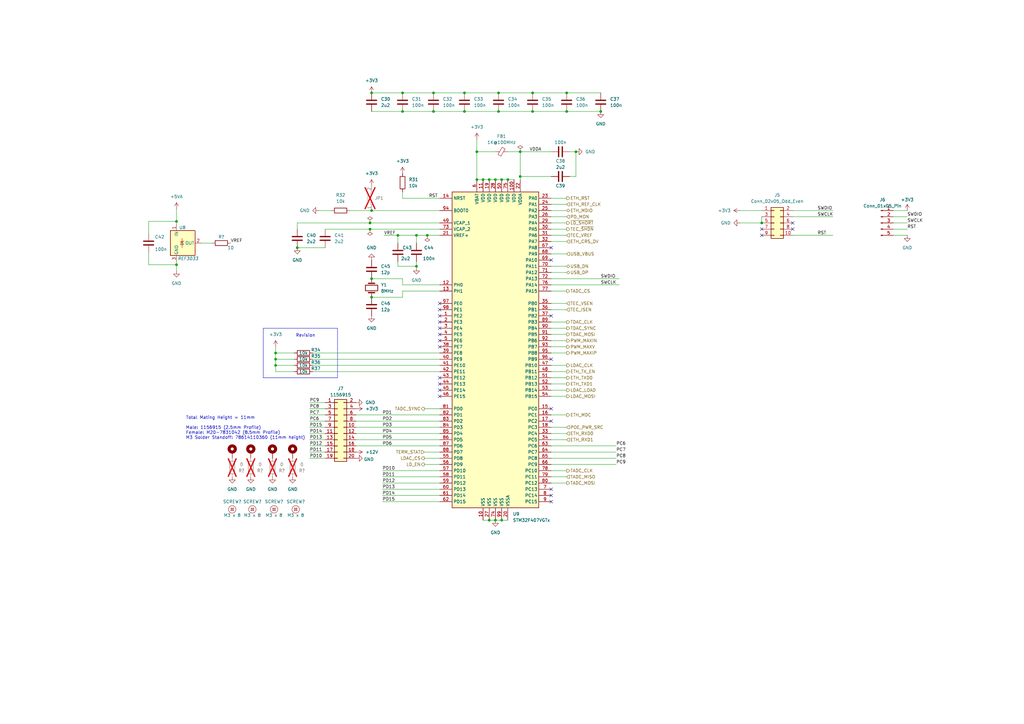
<source format=kicad_sch>
(kicad_sch (version 20230121) (generator eeschema)
  (paper "A3")
  (title_block (title "MCU") (date "2023-11-27") (rev "r0_3") (company "M-Labs Limited") (comment 1 "Linus Woo Chun Kit"))
  (lib_symbols
    (symbol "Connector:Conn_01x05_Pin" (pin_names (offset 1.016) hide)
      (property "Reference" "J" (at 0 7.62 0))
      (property "Value" "Conn_01x05_Pin" (at 0 -7.62 0))
      (symbol "Conn_01x05_Pin_1_1"
        (pin passive line (at 5.08 5.08 180) (length 3.81) (name "Pin_1") (number "1"))
        (pin passive line (at 5.08 2.54 180) (length 3.81) (name "Pin_2") (number "2"))
        (pin passive line (at 5.08 0 180) (length 3.81) (name "Pin_3") (number "3"))
        (pin passive line (at 5.08 -2.54 180) (length 3.81) (name "Pin_4") (number "4"))
        (pin passive line (at 5.08 -5.08 180) (length 3.81) (name "Pin_5") (number "5"))
      )
    )
    (symbol "Connector_Generic:Conn_02x05_Odd_Even" (pin_names (offset 1.016) hide)
      (property "Reference" "J" (at 1.27 7.62 0))
      (property "Value" "Conn_02x05_Odd_Even" (at 1.27 -7.62 0))
      (symbol "Conn_02x05_Odd_Even_1_1"
        (pin passive line (at -5.08 5.08 0) (length 3.81) (name "Pin_1") (number "1"))
        (pin passive line (at 7.62 -5.08 180) (length 3.81) (name "Pin_10") (number "10"))
        (pin passive line (at 7.62 5.08 180) (length 3.81) (name "Pin_2") (number "2"))
        (pin passive line (at -5.08 2.54 0) (length 3.81) (name "Pin_3") (number "3"))
        (pin passive line (at 7.62 2.54 180) (length 3.81) (name "Pin_4") (number "4"))
        (pin passive line (at -5.08 0 0) (length 3.81) (name "Pin_5") (number "5"))
        (pin passive line (at 7.62 0 180) (length 3.81) (name "Pin_6") (number "6"))
        (pin passive line (at -5.08 -2.54 0) (length 3.81) (name "Pin_7") (number "7"))
        (pin passive line (at 7.62 -2.54 180) (length 3.81) (name "Pin_8") (number "8"))
        (pin passive line (at -5.08 -5.08 0) (length 3.81) (name "Pin_9") (number "9"))
      )
    )
    (symbol "Connector_Generic:Conn_02x10_Odd_Even" (pin_names (offset 1.016) hide)
      (property "Reference" "J" (at 1.27 12.7 0))
      (property "Value" "Conn_02x10_Odd_Even" (at 1.27 -15.24 0))
      (symbol "Conn_02x10_Odd_Even_1_1"
        (pin passive line (at -5.08 10.16 0) (length 3.81) (name "Pin_1") (number "1"))
        (pin passive line (at 7.62 0 180) (length 3.81) (name "Pin_10") (number "10"))
        (pin passive line (at -5.08 -2.54 0) (length 3.81) (name "Pin_11") (number "11"))
        (pin passive line (at 7.62 -2.54 180) (length 3.81) (name "Pin_12") (number "12"))
        (pin passive line (at -5.08 -5.08 0) (length 3.81) (name "Pin_13") (number "13"))
        (pin passive line (at 7.62 -5.08 180) (length 3.81) (name "Pin_14") (number "14"))
        (pin passive line (at -5.08 -7.62 0) (length 3.81) (name "Pin_15") (number "15"))
        (pin passive line (at 7.62 -7.62 180) (length 3.81) (name "Pin_16") (number "16"))
        (pin passive line (at -5.08 -10.16 0) (length 3.81) (name "Pin_17") (number "17"))
        (pin passive line (at 7.62 -10.16 180) (length 3.81) (name "Pin_18") (number "18"))
        (pin passive line (at -5.08 -12.7 0) (length 3.81) (name "Pin_19") (number "19"))
        (pin passive line (at 7.62 10.16 180) (length 3.81) (name "Pin_2") (number "2"))
        (pin passive line (at 7.62 -12.7 180) (length 3.81) (name "Pin_20") (number "20"))
        (pin passive line (at -5.08 7.62 0) (length 3.81) (name "Pin_3") (number "3"))
        (pin passive line (at 7.62 7.62 180) (length 3.81) (name "Pin_4") (number "4"))
        (pin passive line (at -5.08 5.08 0) (length 3.81) (name "Pin_5") (number "5"))
        (pin passive line (at 7.62 5.08 180) (length 3.81) (name "Pin_6") (number "6"))
        (pin passive line (at -5.08 2.54 0) (length 3.81) (name "Pin_7") (number "7"))
        (pin passive line (at 7.62 2.54 180) (length 3.81) (name "Pin_8") (number "8"))
        (pin passive line (at -5.08 0 0) (length 3.81) (name "Pin_9") (number "9"))
      )
    )
    (symbol "Device:C" (pin_numbers hide) (pin_names (offset 0.254))
      (property "Reference" "C" (at 0.635 2.54 0))
      (property "Value" "C" (at 0.635 -2.54 0))
      (symbol "C_1_1"
        (pin passive line (at 0 3.81 270) (length 2.794) (name "~") (number "1"))
        (pin passive line (at 0 -3.81 90) (length 2.794) (name "~") (number "2"))
      )
    )
    (symbol "Device:Crystal" (pin_numbers hide) (pin_names (offset 1.016) hide)
      (property "Reference" "Y" (at 0 3.81 0))
      (property "Value" "Crystal" (at 0 -3.81 0))
      (symbol "Crystal_1_1"
        (pin passive line (at -3.81 0 0) (length 1.27) (name "1") (number "1"))
        (pin passive line (at 3.81 0 180) (length 1.27) (name "2") (number "2"))
      )
    )
    (symbol "Device:FerriteBead_Small" (pin_numbers hide) (pin_names (offset 0))
      (property "Reference" "FB" (at 1.905 1.27 0))
      (property "Value" "FerriteBead_Small" (at 1.905 -1.27 0))
      (symbol "FerriteBead_Small_1_1"
        (pin passive line (at 0 2.54 270) (length 1.27) (name "~") (number "1"))
        (pin passive line (at 0 -2.54 90) (length 1.27) (name "~") (number "2"))
      )
    )
    (symbol "Device:R" (pin_numbers hide) (pin_names (offset 0))
      (property "Reference" "R" (at 2.032 0 90))
      (property "Value" "R" (at 0 0 90))
      (symbol "R_1_1"
        (pin passive line (at 0 3.81 270) (length 1.27) (name "~") (number "1"))
        (pin passive line (at 0 -3.81 90) (length 1.27) (name "~") (number "2"))
      )
    )
    (symbol "Jumper:Jumper_2_Open" (pin_names (offset 0) hide)
      (property "Reference" "JP" (at 0 2.794 0))
      (property "Value" "Jumper_2_Open" (at 0 -2.286 0))
      (symbol "Jumper_2_Open_1_1"
        (pin passive line (at -5.08 0 0) (length 2.54) (name "A") (number "1"))
        (pin passive line (at 5.08 0 180) (length 2.54) (name "B") (number "2"))
      )
    )
    (symbol "MCU_ST_STM32F4:STM32F407VGTx"
      (property "Reference" "U" (at -17.78 64.77 0))
      (property "Value" "STM32F407VGTx" (at 12.7 64.77 0))
      (symbol "STM32F407VGTx_1_1"
        (pin bidirectional line (at -22.86 12.7 0) (length 5.08) (name "PE2") (number "1"))
        (pin power_in line (at -5.08 -71.12 90) (length 5.08) (name "VSS") (number "10"))
        (pin power_in line (at 7.62 68.58 270) (length 5.08) (name "VDD") (number "100"))
        (pin power_in line (at -5.08 68.58 270) (length 5.08) (name "VDD") (number "11"))
        (pin input line (at -22.86 25.4 0) (length 5.08) (name "PH0") (number "12"))
        (pin input line (at -22.86 22.86 0) (length 5.08) (name "PH1") (number "13"))
        (pin input line (at -22.86 60.96 0) (length 5.08) (name "NRST") (number "14"))
        (pin bidirectional line (at 22.86 -25.4 180) (length 5.08) (name "PC0") (number "15"))
        (pin bidirectional line (at 22.86 -27.94 180) (length 5.08) (name "PC1") (number "16"))
        (pin bidirectional line (at 22.86 -30.48 180) (length 5.08) (name "PC2") (number "17"))
        (pin bidirectional line (at 22.86 -33.02 180) (length 5.08) (name "PC3") (number "18"))
        (pin power_in line (at -2.54 68.58 270) (length 5.08) (name "VDD") (number "19"))
        (pin bidirectional line (at -22.86 10.16 0) (length 5.08) (name "PE3") (number "2"))
        (pin power_in line (at 5.08 -71.12 90) (length 5.08) (name "VSSA") (number "20"))
        (pin power_in line (at -22.86 45.72 0) (length 5.08) (name "VREF+") (number "21"))
        (pin power_in line (at 10.16 68.58 270) (length 5.08) (name "VDDA") (number "22"))
        (pin bidirectional line (at 22.86 60.96 180) (length 5.08) (name "PA0") (number "23"))
        (pin bidirectional line (at 22.86 58.42 180) (length 5.08) (name "PA1") (number "24"))
        (pin bidirectional line (at 22.86 55.88 180) (length 5.08) (name "PA2") (number "25"))
        (pin bidirectional line (at 22.86 53.34 180) (length 5.08) (name "PA3") (number "26"))
        (pin power_in line (at -2.54 -71.12 90) (length 5.08) (name "VSS") (number "27"))
        (pin power_in line (at 0 68.58 270) (length 5.08) (name "VDD") (number "28"))
        (pin bidirectional line (at 22.86 50.8 180) (length 5.08) (name "PA4") (number "29"))
        (pin bidirectional line (at -22.86 7.62 0) (length 5.08) (name "PE4") (number "3"))
        (pin bidirectional line (at 22.86 48.26 180) (length 5.08) (name "PA5") (number "30"))
        (pin bidirectional line (at 22.86 45.72 180) (length 5.08) (name "PA6") (number "31"))
        (pin bidirectional line (at 22.86 43.18 180) (length 5.08) (name "PA7") (number "32"))
        (pin bidirectional line (at 22.86 -35.56 180) (length 5.08) (name "PC4") (number "33"))
        (pin bidirectional line (at 22.86 -38.1 180) (length 5.08) (name "PC5") (number "34"))
        (pin bidirectional line (at 22.86 17.78 180) (length 5.08) (name "PB0") (number "35"))
        (pin bidirectional line (at 22.86 15.24 180) (length 5.08) (name "PB1") (number "36"))
        (pin bidirectional line (at 22.86 12.7 180) (length 5.08) (name "PB2") (number "37"))
        (pin bidirectional line (at -22.86 0 0) (length 5.08) (name "PE7") (number "38"))
        (pin bidirectional line (at -22.86 -2.54 0) (length 5.08) (name "PE8") (number "39"))
        (pin bidirectional line (at -22.86 5.08 0) (length 5.08) (name "PE5") (number "4"))
        (pin bidirectional line (at -22.86 -5.08 0) (length 5.08) (name "PE9") (number "40"))
        (pin bidirectional line (at -22.86 -7.62 0) (length 5.08) (name "PE10") (number "41"))
        (pin bidirectional line (at -22.86 -10.16 0) (length 5.08) (name "PE11") (number "42"))
        (pin bidirectional line (at -22.86 -12.7 0) (length 5.08) (name "PE12") (number "43"))
        (pin bidirectional line (at -22.86 -15.24 0) (length 5.08) (name "PE13") (number "44"))
        (pin bidirectional line (at -22.86 -17.78 0) (length 5.08) (name "PE14") (number "45"))
        (pin bidirectional line (at -22.86 -20.32 0) (length 5.08) (name "PE15") (number "46"))
        (pin bidirectional line (at 22.86 -7.62 180) (length 5.08) (name "PB10") (number "47"))
        (pin bidirectional line (at 22.86 -10.16 180) (length 5.08) (name "PB11") (number "48"))
        (pin power_in line (at -22.86 50.8 0) (length 5.08) (name "VCAP_1") (number "49"))
        (pin bidirectional line (at -22.86 2.54 0) (length 5.08) (name "PE6") (number "5"))
        (pin power_in line (at 2.54 68.58 270) (length 5.08) (name "VDD") (number "50"))
        (pin bidirectional line (at 22.86 -12.7 180) (length 5.08) (name "PB12") (number "51"))
        (pin bidirectional line (at 22.86 -15.24 180) (length 5.08) (name "PB13") (number "52"))
        (pin bidirectional line (at 22.86 -17.78 180) (length 5.08) (name "PB14") (number "53"))
        (pin bidirectional line (at 22.86 -20.32 180) (length 5.08) (name "PB15") (number "54"))
        (pin bidirectional line (at -22.86 -45.72 0) (length 5.08) (name "PD8") (number "55"))
        (pin bidirectional line (at -22.86 -48.26 0) (length 5.08) (name "PD9") (number "56"))
        (pin bidirectional line (at -22.86 -50.8 0) (length 5.08) (name "PD10") (number "57"))
        (pin bidirectional line (at -22.86 -53.34 0) (length 5.08) (name "PD11") (number "58"))
        (pin bidirectional line (at -22.86 -55.88 0) (length 5.08) (name "PD12") (number "59"))
        (pin power_in line (at -7.62 68.58 270) (length 5.08) (name "VBAT") (number "6"))
        (pin bidirectional line (at -22.86 -58.42 0) (length 5.08) (name "PD13") (number "60"))
        (pin bidirectional line (at -22.86 -60.96 0) (length 5.08) (name "PD14") (number "61"))
        (pin bidirectional line (at -22.86 -63.5 0) (length 5.08) (name "PD15") (number "62"))
        (pin bidirectional line (at 22.86 -40.64 180) (length 5.08) (name "PC6") (number "63"))
        (pin bidirectional line (at 22.86 -43.18 180) (length 5.08) (name "PC7") (number "64"))
        (pin bidirectional line (at 22.86 -45.72 180) (length 5.08) (name "PC8") (number "65"))
        (pin bidirectional line (at 22.86 -48.26 180) (length 5.08) (name "PC9") (number "66"))
        (pin bidirectional line (at 22.86 40.64 180) (length 5.08) (name "PA8") (number "67"))
        (pin bidirectional line (at 22.86 38.1 180) (length 5.08) (name "PA9") (number "68"))
        (pin bidirectional line (at 22.86 35.56 180) (length 5.08) (name "PA10") (number "69"))
        (pin bidirectional line (at 22.86 -58.42 180) (length 5.08) (name "PC13") (number "7"))
        (pin bidirectional line (at 22.86 33.02 180) (length 5.08) (name "PA11") (number "70"))
        (pin bidirectional line (at 22.86 30.48 180) (length 5.08) (name "PA12") (number "71"))
        (pin bidirectional line (at 22.86 27.94 180) (length 5.08) (name "PA13") (number "72"))
        (pin power_in line (at -22.86 48.26 0) (length 5.08) (name "VCAP_2") (number "73"))
        (pin power_in line (at 0 -71.12 90) (length 5.08) (name "VSS") (number "74"))
        (pin power_in line (at 5.08 68.58 270) (length 5.08) (name "VDD") (number "75"))
        (pin bidirectional line (at 22.86 25.4 180) (length 5.08) (name "PA14") (number "76"))
        (pin bidirectional line (at 22.86 22.86 180) (length 5.08) (name "PA15") (number "77"))
        (pin bidirectional line (at 22.86 -50.8 180) (length 5.08) (name "PC10") (number "78"))
        (pin bidirectional line (at 22.86 -53.34 180) (length 5.08) (name "PC11") (number "79"))
        (pin bidirectional line (at 22.86 -60.96 180) (length 5.08) (name "PC14") (number "8"))
        (pin bidirectional line (at 22.86 -55.88 180) (length 5.08) (name "PC12") (number "80"))
        (pin bidirectional line (at -22.86 -25.4 0) (length 5.08) (name "PD0") (number "81"))
        (pin bidirectional line (at -22.86 -27.94 0) (length 5.08) (name "PD1") (number "82"))
        (pin bidirectional line (at -22.86 -30.48 0) (length 5.08) (name "PD2") (number "83"))
        (pin bidirectional line (at -22.86 -33.02 0) (length 5.08) (name "PD3") (number "84"))
        (pin bidirectional line (at -22.86 -35.56 0) (length 5.08) (name "PD4") (number "85"))
        (pin bidirectional line (at -22.86 -38.1 0) (length 5.08) (name "PD5") (number "86"))
        (pin bidirectional line (at -22.86 -40.64 0) (length 5.08) (name "PD6") (number "87"))
        (pin bidirectional line (at -22.86 -43.18 0) (length 5.08) (name "PD7") (number "88"))
        (pin bidirectional line (at 22.86 10.16 180) (length 5.08) (name "PB3") (number "89"))
        (pin bidirectional line (at 22.86 -63.5 180) (length 5.08) (name "PC15") (number "9"))
        (pin bidirectional line (at 22.86 7.62 180) (length 5.08) (name "PB4") (number "90"))
        (pin bidirectional line (at 22.86 5.08 180) (length 5.08) (name "PB5") (number "91"))
        (pin bidirectional line (at 22.86 2.54 180) (length 5.08) (name "PB6") (number "92"))
        (pin bidirectional line (at 22.86 0 180) (length 5.08) (name "PB7") (number "93"))
        (pin input line (at -22.86 55.88 0) (length 5.08) (name "BOOT0") (number "94"))
        (pin bidirectional line (at 22.86 -2.54 180) (length 5.08) (name "PB8") (number "95"))
        (pin bidirectional line (at 22.86 -5.08 180) (length 5.08) (name "PB9") (number "96"))
        (pin bidirectional line (at -22.86 17.78 0) (length 5.08) (name "PE0") (number "97"))
        (pin bidirectional line (at -22.86 15.24 0) (length 5.08) (name "PE1") (number "98"))
        (pin power_in line (at 2.54 -71.12 90) (length 5.08) (name "VSS") (number "99"))
      )
    )
    (symbol "Mechanical:MountingHole_Pad" (pin_numbers hide) (pin_names (offset 1.016) hide)
      (property "Reference" "H" (at 0 6.35 0))
      (property "Value" "MountingHole_Pad" (at 0 4.445 0))
      (symbol "MountingHole_Pad_1_1"
        (pin input line (at 0 -2.54 90) (length 2.54) (name "1") (number "1"))
      )
    )
    (symbol "Reference_Voltage:REF3033" (pin_names (offset 0.254))
      (property "Reference" "U" (at 0 6.35 0))
      (property "Value" "REF3033" (at 2.54 -6.35 0))
      (symbol "REF3033_1_1"
        (pin power_in line (at -2.54 7.62 270) (length 2.54) (name "IN") (number "1"))
        (pin power_out line (at 7.62 0 180) (length 2.54) (name "OUT") (number "2"))
        (pin power_in line (at -2.54 -7.62 90) (length 2.54) (name "GND") (number "3"))
      )
    )
    (symbol "kirdy:Screw" (on_board no)
      (property "Reference" "SCREW" (at 3.048 2.54 0))
    )
    (symbol "power:+12V" (power) (pin_names (offset 0))
      (property "Value" "+12V" (at 0 3.556 0))
      (symbol "+12V_1_1"
        (pin power_in line (at 0 0 90) (length 0) hide (name "+12V") (number "1"))
      )
    )
    (symbol "power:+3V3" (power) (pin_names (offset 0))
      (property "Value" "+3V3" (at 0 3.556 0))
      (symbol "+3V3_1_1"
        (pin power_in line (at 0 0 90) (length 0) hide (name "+3V3") (number "1"))
      )
    )
    (symbol "power:+5VA" (power) (pin_names (offset 0))
      (property "Value" "+5VA" (at 0 3.556 0))
      (symbol "+5VA_1_1"
        (pin power_in line (at 0 0 90) (length 0) hide (name "+5VA") (number "1"))
      )
    )
    (symbol "power:GND" (power) (pin_names (offset 0))
      (property "Value" "GND" (at 0 -3.81 0))
      (symbol "GND_1_1"
        (pin power_in line (at 0 0 270) (length 0) hide (name "GND") (number "1"))
      )
    )
    (symbol "power:PWR_FLAG" (power) (pin_numbers hide) (pin_names (offset 0) hide)
      (property "Value" "PWR_FLAG" (at 0 3.81 0))
      (symbol "PWR_FLAG_0_0"
        (pin power_out line (at 0 0 90) (length 0) (name "pwr") (number "1"))
      )
    )
  )
  (junction (at 165.1 38.1))
  (junction (at 152.4 114.3))
  (junction (at 198.12 73.66))
  (junction (at 205.74 213.36))
  (junction (at 177.8 38.1))
  (junction (at 213.36 72.39))
  (junction (at 236.22 62.23))
  (junction (at 152.4 38.1))
  (junction (at 195.58 73.66))
  (junction (at 121.92 101.6))
  (junction (at 72.39 90.805))
  (junction (at 200.66 73.66))
  (junction (at 170.815 96.52))
  (junction (at 203.2 213.36))
  (junction (at 151.765 91.44))
  (junction (at 175.26 96.52))
  (junction (at 204.47 38.1))
  (junction (at 152.4 86.36))
  (junction (at 177.8 45.72))
  (junction (at 232.41 45.72))
  (junction (at 200.66 213.36))
  (junction (at 208.28 73.66))
  (junction (at 113.03 144.78))
  (junction (at 190.5 45.72))
  (junction (at 165.1 45.72))
  (junction (at 203.2 73.66))
  (junction (at 232.41 38.1))
  (junction (at 213.36 62.23))
  (junction (at 170.815 109.22))
  (junction (at 190.5 38.1))
  (junction (at 204.47 45.72))
  (junction (at 113.03 147.32))
  (junction (at 218.44 38.1))
  (junction (at 246.38 45.72))
  (junction (at 151.765 93.98))
  (junction (at 205.74 73.66))
  (junction (at 152.4 121.92))
  (junction (at 195.58 62.23))
  (junction (at 312.42 91.44))
  (junction (at 218.44 45.72))
  (junction (at 72.39 108.585))
  (junction (at 113.03 149.86))
  (junction (at 163.195 96.52))
  (no_connect (at 312.42 96.52))
  (no_connect (at 325.12 93.98))
  (no_connect (at 325.12 91.44))
  (no_connect (at 180.34 157.48))
  (no_connect (at 180.34 154.94))
  (no_connect (at 312.42 93.98))
  (no_connect (at 226.06 172.72))
  (no_connect (at 226.06 101.6))
  (no_connect (at 226.06 200.66))
  (no_connect (at 226.06 203.2))
  (no_connect (at 226.06 205.74))
  (no_connect (at 226.06 106.68))
  (no_connect (at 226.06 129.54))
  (no_connect (at 180.34 129.54))
  (no_connect (at 180.34 124.46))
  (no_connect (at 180.34 127))
  (no_connect (at 226.06 147.32))
  (no_connect (at 226.06 167.64))
  (no_connect (at 180.34 162.56))
  (no_connect (at 180.34 160.02))
  (no_connect (at 180.34 132.08))
  (no_connect (at 180.34 134.62))
  (no_connect (at 180.34 137.16))
  (no_connect (at 180.34 139.7))
  (no_connect (at 180.34 142.24))
  (wire (pts (xy 226.06 180.34) (xy 232.41 180.34)))
  (wire (pts (xy 156.845 205.74) (xy 180.34 205.74)))
  (wire (pts (xy 226.06 170.18) (xy 232.41 170.18)))
  (wire (pts (xy 226.06 160.02) (xy 232.41 160.02)))
  (wire (pts (xy 226.06 99.06) (xy 232.41 99.06)))
  (wire (pts (xy 165.1 116.84) (xy 180.34 116.84)))
  (wire (pts (xy 226.06 104.14) (xy 232.41 104.14)))
  (wire (pts (xy 170.815 109.22) (xy 170.815 109.855)))
  (wire (pts (xy 127 175.26) (xy 133.35 175.26)))
  (wire (pts (xy 156.845 203.2) (xy 180.34 203.2)))
  (wire (pts (xy 72.39 85.725) (xy 72.39 90.805)))
  (wire (pts (xy 226.06 86.36) (xy 232.41 86.36)))
  (polyline (pts (xy 107.95 154.94) (xy 138.43 154.94)))
  (wire (pts (xy 127 167.64) (xy 133.35 167.64)))
  (wire (pts (xy 175.26 96.52) (xy 180.34 96.52)))
  (wire (pts (xy 372.11 91.44) (xy 366.395 91.44)))
  (wire (pts (xy 198.12 213.36) (xy 200.66 213.36)))
  (wire (pts (xy 218.44 45.72) (xy 232.41 45.72)))
  (wire (pts (xy 312.42 88.9) (xy 312.42 91.44)))
  (wire (pts (xy 165.1 81.28) (xy 180.34 81.28)))
  (wire (pts (xy 233.68 72.39) (xy 236.22 72.39)))
  (wire (pts (xy 146.05 180.34) (xy 180.34 180.34)))
  (wire (pts (xy 146.05 172.72) (xy 180.34 172.72)))
  (wire (pts (xy 72.39 108.585) (xy 60.96 108.585)))
  (wire (pts (xy 372.11 96.52) (xy 366.395 96.52)))
  (wire (pts (xy 195.58 62.23) (xy 203.2 62.23)))
  (wire (pts (xy 121.92 101.6) (xy 133.35 101.6)))
  (wire (pts (xy 170.815 96.52) (xy 170.815 99.695)))
  (wire (pts (xy 173.99 187.96) (xy 180.34 187.96)))
  (wire (pts (xy 325.12 96.52) (xy 341.63 96.52)))
  (wire (pts (xy 203.2 213.36) (xy 205.74 213.36)))
  (wire (pts (xy 226.06 139.7) (xy 232.41 139.7)))
  (polyline (pts (xy 138.43 154.94) (xy 138.43 134.62)))
  (wire (pts (xy 127 185.42) (xy 133.35 185.42)))
  (wire (pts (xy 226.06 116.84) (xy 254 116.84)))
  (wire (pts (xy 204.47 38.1) (xy 218.44 38.1)))
  (wire (pts (xy 113.03 152.4) (xy 120.65 152.4)))
  (wire (pts (xy 151.765 91.44) (xy 180.34 91.44)))
  (wire (pts (xy 128.27 149.86) (xy 180.34 149.86)))
  (wire (pts (xy 170.815 107.315) (xy 170.815 109.22)))
  (wire (pts (xy 113.03 149.86) (xy 120.65 149.86)))
  (wire (pts (xy 152.4 45.72) (xy 165.1 45.72)))
  (wire (pts (xy 127 165.1) (xy 133.35 165.1)))
  (wire (pts (xy 128.27 147.32) (xy 180.34 147.32)))
  (wire (pts (xy 72.39 107.315) (xy 72.39 108.585)))
  (wire (pts (xy 165.1 119.38) (xy 165.1 121.92)))
  (wire (pts (xy 208.28 62.23) (xy 213.36 62.23)))
  (wire (pts (xy 146.05 170.18) (xy 180.34 170.18)))
  (wire (pts (xy 127 172.72) (xy 133.35 172.72)))
  (wire (pts (xy 156.845 193.04) (xy 180.34 193.04)))
  (wire (pts (xy 133.35 93.98) (xy 151.765 93.98)))
  (wire (pts (xy 226.06 177.8) (xy 232.41 177.8)))
  (wire (pts (xy 226.06 193.04) (xy 232.41 193.04)))
  (wire (pts (xy 165.1 81.28) (xy 165.1 78.74)))
  (wire (pts (xy 72.39 90.805) (xy 72.39 92.075)))
  (wire (pts (xy 127 180.34) (xy 133.35 180.34)))
  (wire (pts (xy 113.03 147.32) (xy 113.03 149.86)))
  (wire (pts (xy 372.11 93.98) (xy 366.395 93.98)))
  (wire (pts (xy 226.06 154.94) (xy 232.41 154.94)))
  (wire (pts (xy 156.845 195.58) (xy 180.34 195.58)))
  (wire (pts (xy 213.36 62.23) (xy 213.36 72.39)))
  (wire (pts (xy 226.06 111.76) (xy 232.41 111.76)))
  (wire (pts (xy 226.06 134.62) (xy 232.41 134.62)))
  (wire (pts (xy 127 187.96) (xy 133.35 187.96)))
  (wire (pts (xy 226.06 182.88) (xy 252.73 182.88)))
  (wire (pts (xy 226.06 187.96) (xy 252.73 187.96)))
  (wire (pts (xy 226.06 149.86) (xy 232.41 149.86)))
  (wire (pts (xy 82.55 99.695) (xy 86.995 99.695)))
  (wire (pts (xy 226.06 137.16) (xy 232.41 137.16)))
  (wire (pts (xy 226.06 185.42) (xy 252.73 185.42)))
  (wire (pts (xy 226.06 93.98) (xy 232.41 93.98)))
  (wire (pts (xy 177.8 38.1) (xy 190.5 38.1)))
  (wire (pts (xy 200.66 213.36) (xy 203.2 213.36)))
  (wire (pts (xy 127 177.8) (xy 133.35 177.8)))
  (wire (pts (xy 372.11 88.9) (xy 366.395 88.9)))
  (wire (pts (xy 203.2 73.66) (xy 205.74 73.66)))
  (wire (pts (xy 195.58 62.23) (xy 195.58 73.66)))
  (wire (pts (xy 233.68 62.23) (xy 236.22 62.23)))
  (wire (pts (xy 157.48 96.52) (xy 163.195 96.52)))
  (wire (pts (xy 146.05 182.88) (xy 180.34 182.88)))
  (wire (pts (xy 177.8 45.72) (xy 190.5 45.72)))
  (wire (pts (xy 163.195 109.22) (xy 163.195 107.315)))
  (wire (pts (xy 226.06 190.5) (xy 252.73 190.5)))
  (wire (pts (xy 146.05 175.26) (xy 180.34 175.26)))
  (wire (pts (xy 226.06 198.12) (xy 232.41 198.12)))
  (wire (pts (xy 232.41 38.1) (xy 246.38 38.1)))
  (wire (pts (xy 195.58 73.66) (xy 198.12 73.66)))
  (wire (pts (xy 213.36 62.23) (xy 226.06 62.23)))
  (wire (pts (xy 165.1 121.92) (xy 152.4 121.92)))
  (wire (pts (xy 113.03 144.78) (xy 113.03 147.32)))
  (wire (pts (xy 152.4 86.36) (xy 180.34 86.36)))
  (wire (pts (xy 198.12 73.66) (xy 200.66 73.66)))
  (wire (pts (xy 113.03 144.78) (xy 120.65 144.78)))
  (wire (pts (xy 113.03 149.86) (xy 113.03 152.4)))
  (wire (pts (xy 213.36 72.39) (xy 213.36 73.66)))
  (wire (pts (xy 226.06 124.46) (xy 232.41 124.46)))
  (wire (pts (xy 226.06 152.4) (xy 232.41 152.4)))
  (wire (pts (xy 325.12 86.36) (xy 341.63 86.36)))
  (polyline (pts (xy 107.95 134.62) (xy 107.95 154.94)))
  (wire (pts (xy 226.06 195.58) (xy 232.41 195.58)))
  (wire (pts (xy 156.845 198.12) (xy 180.34 198.12)))
  (wire (pts (xy 163.195 96.52) (xy 170.815 96.52)))
  (wire (pts (xy 113.03 147.32) (xy 120.65 147.32)))
  (wire (pts (xy 208.28 73.66) (xy 210.82 73.66)))
  (wire (pts (xy 165.1 45.72) (xy 177.8 45.72)))
  (wire (pts (xy 173.99 185.42) (xy 180.34 185.42)))
  (wire (pts (xy 165.1 119.38) (xy 180.34 119.38)))
  (wire (pts (xy 226.06 142.24) (xy 232.41 142.24)))
  (wire (pts (xy 372.11 86.36) (xy 366.395 86.36)))
  (wire (pts (xy 165.1 116.84) (xy 165.1 114.3)))
  (wire (pts (xy 226.06 132.08) (xy 232.41 132.08)))
  (wire (pts (xy 121.92 93.98) (xy 121.92 91.44)))
  (wire (pts (xy 213.36 72.39) (xy 226.06 72.39)))
  (wire (pts (xy 236.22 72.39) (xy 236.22 62.23)))
  (wire (pts (xy 205.74 73.66) (xy 208.28 73.66)))
  (wire (pts (xy 226.06 109.22) (xy 232.41 109.22)))
  (wire (pts (xy 113.03 142.24) (xy 113.03 144.78)))
  (wire (pts (xy 156.845 200.66) (xy 180.34 200.66)))
  (wire (pts (xy 163.195 99.695) (xy 163.195 96.52)))
  (wire (pts (xy 303.53 91.44) (xy 312.42 91.44)))
  (wire (pts (xy 218.44 38.1) (xy 232.41 38.1)))
  (wire (pts (xy 226.06 175.26) (xy 232.41 175.26)))
  (wire (pts (xy 226.06 88.9) (xy 232.41 88.9)))
  (wire (pts (xy 60.96 95.885) (xy 60.96 90.805)))
  (wire (pts (xy 232.41 45.72) (xy 246.38 45.72)))
  (wire (pts (xy 226.06 96.52) (xy 232.41 96.52)))
  (wire (pts (xy 195.58 57.15) (xy 195.58 62.23)))
  (wire (pts (xy 226.06 119.38) (xy 232.41 119.38)))
  (wire (pts (xy 173.99 190.5) (xy 180.34 190.5)))
  (wire (pts (xy 72.39 108.585) (xy 72.39 111.125)))
  (wire (pts (xy 190.5 38.1) (xy 204.47 38.1)))
  (wire (pts (xy 165.1 38.1) (xy 177.8 38.1)))
  (wire (pts (xy 152.4 38.1) (xy 165.1 38.1)))
  (wire (pts (xy 204.47 45.72) (xy 218.44 45.72)))
  (wire (pts (xy 60.96 90.805) (xy 72.39 90.805)))
  (wire (pts (xy 170.815 109.22) (xy 163.195 109.22)))
  (wire (pts (xy 226.06 127) (xy 232.41 127)))
  (wire (pts (xy 226.06 81.28) (xy 232.41 81.28)))
  (wire (pts (xy 226.06 83.82) (xy 232.41 83.82)))
  (wire (pts (xy 151.765 93.98) (xy 180.34 93.98)))
  (wire (pts (xy 205.74 213.36) (xy 208.28 213.36)))
  (wire (pts (xy 303.53 86.36) (xy 312.42 86.36)))
  (wire (pts (xy 226.06 144.78) (xy 232.41 144.78)))
  (wire (pts (xy 165.1 114.3) (xy 152.4 114.3)))
  (polyline (pts (xy 107.95 134.62) (xy 138.43 134.62)))
  (wire (pts (xy 143.51 86.36) (xy 152.4 86.36)))
  (wire (pts (xy 226.06 91.44) (xy 232.41 91.44)))
  (wire (pts (xy 130.81 86.36) (xy 135.89 86.36)))
  (wire (pts (xy 121.92 91.44) (xy 151.765 91.44)))
  (wire (pts (xy 226.06 162.56) (xy 232.41 162.56)))
  (wire (pts (xy 190.5 45.72) (xy 204.47 45.72)))
  (wire (pts (xy 127 182.88) (xy 133.35 182.88)))
  (wire (pts (xy 170.815 96.52) (xy 175.26 96.52)))
  (wire (pts (xy 128.27 144.78) (xy 180.34 144.78)))
  (wire (pts (xy 226.06 114.3) (xy 254 114.3)))
  (wire (pts (xy 226.06 157.48) (xy 232.41 157.48)))
  (wire (pts (xy 60.96 108.585) (xy 60.96 103.505)))
  (wire (pts (xy 127 170.18) (xy 133.35 170.18)))
  (wire (pts (xy 146.05 177.8) (xy 180.34 177.8)))
  (wire (pts (xy 325.12 88.9) (xy 341.63 88.9)))
  (wire (pts (xy 173.99 167.64) (xy 180.34 167.64)))
  (wire (pts (xy 128.27 152.4) (xy 180.34 152.4)))
  (wire (pts (xy 200.66 73.66) (xy 203.2 73.66)))
  (text "Revision\n" (at 121.285 138.43 0) (effects (font (size 1.27 1.27)) (justify left bottom)))
  (text "Total Mating Height = 11mm\n\nMale: 1156915 (2.5mm Profile)\nFemale: M20-7831042 (8.5mm Profile)\nM3 Solder Standoff: 78614110360 (11mm height)\n" (at 76.2 180.34 0) (effects (font (size 1.27 1.27)) (justify left bottom)))
  (label "SWCLK" (at 372.11 91.44 0))
  (label "RST" (at 372.11 93.98 0))
  (label "SWDIO" (at 246.38 114.3 0))
  (label "SWCLK" (at 335.28 88.9 0))
  (label "PD11" (at 156.845 195.58 0))
  (label "PD10" (at 127 187.96 0))
  (label "PD15" (at 127 175.26 0))
  (label "PD4" (at 156.845 177.8 0))
  (label "PD10" (at 156.845 193.04 0))
  (label "SWDIO" (at 372.11 88.9 0))
  (label "SWDIO" (at 335.28 86.36 0))
  (label "PD13" (at 127 180.34 0))
  (label "VREF" (at 157.48 96.52 0))
  (label "PC7" (at 127 170.18 0))
  (label "VDDA" (at 217.17 62.23 0))
  (label "PD11" (at 127 185.42 0))
  (label "RST" (at 335.28 96.52 0))
  (label "PC8" (at 127 167.64 0))
  (label "PD12" (at 127 182.88 0))
  (label "PD6" (at 156.845 182.88 0))
  (label "PD15" (at 156.845 205.74 0))
  (label "VREF" (at 94.615 99.695 0))
  (label "PD13" (at 156.845 200.66 0))
  (label "PD14" (at 156.845 203.2 0))
  (label "PC6" (at 252.73 182.88 0))
  (label "PD12" (at 156.845 198.12 0))
  (label "PD3" (at 156.845 175.26 0))
  (label "PD5" (at 156.845 180.34 0))
  (label "PD14" (at 127 177.8 0))
  (label "PC9" (at 252.73 190.5 0))
  (label "PC6" (at 127 172.72 0))
  (label "PC8" (at 252.73 187.96 0))
  (label "SWCLK" (at 246.38 116.84 0))
  (label "RST" (at 175.895 81.28 0))
  (label "PD1" (at 156.845 170.18 0))
  (label "PD2" (at 156.845 172.72 0))
  (label "PC9" (at 127 165.1 0))
  (label "PC7" (at 252.73 185.42 0))
  (hierarchical_label "USB_DP" (shape bidirectional) (at 232.41 111.76 0))
  (hierarchical_label "TEC_VREF" (shape input) (at 232.41 96.52 0))
  (hierarchical_label "ETH_REF_CLK" (shape input) (at 232.41 83.82 0))
  (hierarchical_label "USB_VBUS" (shape input) (at 232.41 104.14 0))
  (hierarchical_label "TADC_CLK" (shape output) (at 232.41 193.04 0))
  (hierarchical_label "TDAC_MOSI" (shape output) (at 232.41 137.16 0))
  (hierarchical_label "PWM_MAXIP" (shape output) (at 232.41 144.78 0))
  (hierarchical_label "USB_DN" (shape bidirectional) (at 232.41 109.22 0))
  (hierarchical_label "ETH_RST" (shape output) (at 232.41 81.28 0))
  (hierarchical_label "TEC_~{SHDN}" (shape output) (at 232.41 93.98 0))
  (hierarchical_label "ETH_TXD1" (shape output) (at 232.41 157.48 0))
  (hierarchical_label "ETH_MDIO" (shape bidirectional) (at 232.41 86.36 0))
  (hierarchical_label "LDAC_MOSI" (shape output) (at 232.41 162.56 0))
  (hierarchical_label "PWM_MAXV" (shape output) (at 232.41 142.24 0))
  (hierarchical_label "POE_PWR_SRC" (shape input) (at 232.41 175.26 0))
  (hierarchical_label "TERM_STAT" (shape input) (at 173.99 185.42 180))
  (hierarchical_label "TADC_CS" (shape output) (at 232.41 119.38 0))
  (hierarchical_label "ETH_RXD0" (shape input) (at 232.41 177.8 0))
  (hierarchical_label "TADC_MISO" (shape input) (at 232.41 195.58 0))
  (hierarchical_label "~{LD_SHORT}" (shape output) (at 232.41 91.44 0))
  (hierarchical_label "LDAC_CS" (shape output) (at 173.99 187.96 180))
  (hierarchical_label "TADC_MOSI" (shape output) (at 232.41 198.12 0))
  (hierarchical_label "ETH_CRS_DV" (shape input) (at 232.41 99.06 0))
  (hierarchical_label "LD_EN" (shape output) (at 173.99 190.5 180))
  (hierarchical_label "TADC_SYNC" (shape output) (at 173.99 167.64 180))
  (hierarchical_label "PWM_MAXIN" (shape output) (at 232.41 139.7 0))
  (hierarchical_label "TEC_ISEN" (shape input) (at 232.41 127 0))
  (hierarchical_label "TEC_VSEN" (shape input) (at 232.41 124.46 0))
  (hierarchical_label "ETH_TX_EN" (shape output) (at 232.41 152.4 0))
  (hierarchical_label "TDAC_SYNC" (shape output) (at 232.41 134.62 0))
  (hierarchical_label "ETH_TXD0" (shape output) (at 232.41 154.94 0))
  (hierarchical_label "PD_MON" (shape input) (at 232.41 88.9 0))
  (hierarchical_label "ETH_RXD1" (shape input) (at 232.41 180.34 0))
  (hierarchical_label "LDAC_LOAD" (shape output) (at 232.41 160.02 0))
  (hierarchical_label "ETH_MDC" (shape output) (at 232.41 170.18 0))
  (hierarchical_label "LDAC_CLK" (shape output) (at 232.41 149.86 0))
  (hierarchical_label "TDAC_CLK" (shape output) (at 232.41 132.08 0))
  (symbol (lib_id "Connector_Generic:Conn_02x05_Odd_Even") (at 317.5 91.44 0) (unit 1)
    (property "Reference" "J5" (at 318.77 80.01 0))
    (property "Value" "Conn_02x05_Odd_Even" (at 318.77 82.55 0))
    (property "Footprint" "kirdy:Adafuit_SWD_Header_4048" (effects hide))
    (property "Datasheet" "https://www.mouser.hk/datasheet/2/737/Adafruit_4048_Web-3358014.pdf" (effects hide))
    (property "MFR_PN" "4048" (effects hide))
    (property "Comment" "Manufacturer: Adafruit" (effects hide))
  )
  (symbol (lib_id "Device:FerriteBead_Small") (at 205.74 62.23 90) (unit 1)
    (property "Reference" "FB1" (at 205.7019 55.88 90))
    (property "Value" "1K@100MHz" (at 205.7019 58.42 90))
    (property "Footprint" "Inductor_SMD:L_1210_3225Metric" (effects hide))
    (property "MFR_PN" "FBMH3225HM102NT" (effects hide))
    (property "MFR_PN_ALT" "FBMH3225HM102NTV" (effects hide))
  )
  (symbol (lib_id "power:GND") (at 120.015 195.58 0) (unit 1)
    (property "Reference" "#PWR?" (effects hide))
    (property "Value" "GND" (at 120.015 200.66 0))
    (instances (project "kirdy" (path "" (reference "#PWR?") (unit 1)) (path "" (reference "#PWR082") (unit 1))))
  )
  (symbol (lib_id "Device:C") (at 170.815 103.505 180) (unit 1)
    (property "Reference" "C44" (at 175.895 101.6 0))
    (property "Value" "100n" (at 175.895 106.045 0))
    (property "Footprint" "Capacitor_SMD:C_0603_1608Metric" (effects hide))
    (property "MFR_PN" "CL10B104KB8NNWC" (effects hide))
    (property "MFR_PN_ALT" "CL10B104KB8NNNL" (effects hide))
  )
  (symbol (lib_id "power:+3V3") (at 152.4 76.2 0) (unit 1)
    (property "Reference" "#PWR062" (effects hide))
    (property "Value" "+3V3" (at 152.4 71.12 0))
  )
  (symbol (lib_id "Device:C") (at 133.35 97.79 0) (unit 1)
    (property "Reference" "C41" (at 137.16 96.5199 0) (effects (justify left)))
    (property "Value" "2u2" (at 137.16 99.0599 0) (effects (justify left)))
    (property "Footprint" "Capacitor_SMD:C_0603_1608Metric" (effects hide))
    (property "MFR_PN" "CL10B225KP8NNNC" (effects hide))
    (property "MFR_PN_ALT" "CGA3E1X7R0J225K080AC" (effects hide))
  )
  (symbol (lib_id "power:PWR_FLAG") (at 213.36 62.23 0) (unit 1)
    (property "Reference" "#FLG01" (effects hide))
    (property "Value" "PWR_FLAG" (effects hide))
  )
  (symbol (lib_id "Device:R") (at 165.1 74.93 0) (unit 1)
    (property "Reference" "R31" (at 167.64 73.6599 0) (effects (justify left)))
    (property "Value" "10k" (at 167.64 76.1999 0) (effects (justify left)))
    (property "Footprint" "Resistor_SMD:R_0603_1608Metric" (effects hide))
    (property "MFR_PN" "RNCP0603FTD10K0" (effects hide))
    (property "MFR_PN_ALT" "RMCF0603FT10K0" (effects hide))
  )
  (symbol (lib_id "Mechanical:MountingHole_Pad") (at 102.87 185.42 0) (unit 1)
    (property "Reference" "H?" (effects hide))
    (property "Value" "78614110360" (effects hide))
    (property "Footprint" "Mounting_Wuerth:Mounting_Wuerth_WA-SMSI-M3_H11mm_9774110360" (effects hide))
    (property "MFR_PN" "78614110360" (effects hide))
    (property "MFR_PN_ALT" "9774110360R" (effects hide))
    (instances (project "kirdy" (path "" (reference "H?") (unit 1)) (path "" (reference "H6") (unit 1))))
  )
  (symbol (lib_id "Device:C") (at 60.96 99.695 0) (unit 1)
    (property "Reference" "C42" (at 63.5 97.155 0) (effects (justify left)))
    (property "Value" "100n" (at 63.5 102.235 0) (effects (justify left)))
    (property "Footprint" "Capacitor_SMD:C_0603_1608Metric" (effects hide))
    (property "MFR_PN" "CL10B104KB8NNWC" (effects hide))
    (property "MFR_PN_ALT" "CL10B104KB8NNNL" (effects hide))
  )
  (symbol (lib_id "Device:C") (at 177.8 41.91 0) (unit 1)
    (property "Reference" "C32" (at 181.61 40.6399 0) (effects (justify left)))
    (property "Value" "100n" (at 181.61 43.1799 0) (effects (justify left)))
    (property "Footprint" "Capacitor_SMD:C_0603_1608Metric" (effects hide))
    (property "MFR_PN" "CL10B104KB8NNWC" (effects hide))
    (property "MFR_PN_ALT" "CL10B104KB8NNNL" (effects hide))
  )
  (symbol (lib_id "Device:C") (at 232.41 41.91 0) (unit 1)
    (property "Reference" "C36" (at 236.22 40.6399 0) (effects (justify left)))
    (property "Value" "100n" (at 236.22 43.1799 0) (effects (justify left)))
    (property "Footprint" "Capacitor_SMD:C_0603_1608Metric" (effects hide))
    (property "MFR_PN" "CL10B104KB8NNWC" (effects hide))
    (property "MFR_PN_ALT" "CL10B104KB8NNNL" (effects hide))
  )
  (symbol (lib_id "Device:C") (at 163.195 103.505 180) (unit 1)
    (property "Reference" "C43" (at 167.005 101.6 0))
    (property "Value" "2u2" (at 166.37 106.045 0))
    (property "Footprint" "Capacitor_SMD:C_0603_1608Metric" (effects hide))
    (property "MFR_PN" "CL10B225KP8NNNC" (effects hide))
    (property "MFR_PN_ALT" "CGA3E1X7R0J225K080AC" (effects hide))
  )
  (symbol (lib_id "Reference_Voltage:REF3033") (at 74.93 99.695 0) (unit 1)
    (property "Reference" "U8" (at 76.2 93.345 0) (effects (justify right)))
    (property "Value" "REF3033" (at 81.28 106.045 0) (effects (font italic) (justify right)))
    (property "Footprint" "Package_TO_SOT_SMD:SOT-23" (effects hide))
    (property "Datasheet" "http://www.ti.com/lit/ds/symlink/ref3033.pdf" (effects hide))
    (property "MFR_PN" "REF3033AIDBZR" (effects hide))
  )
  (symbol (lib_id "Device:R") (at 124.46 149.86 90) (unit 1)
    (property "Reference" "R36" (at 129.54 148.59 90))
    (property "Value" "10k" (at 124.46 149.86 90))
    (property "Footprint" "Resistor_SMD:R_0603_1608Metric" (effects hide))
    (property "MFR_PN" "RNCP0603FTD10K0" (effects hide))
    (property "MFR_PN_ALT" "RMCF0603FT10K0" (effects hide))
  )
  (symbol (lib_id "Device:C") (at 190.5 41.91 0) (unit 1)
    (property "Reference" "C33" (at 194.31 40.6399 0) (effects (justify left)))
    (property "Value" "100n" (at 194.31 43.1799 0) (effects (justify left)))
    (property "Footprint" "Capacitor_SMD:C_0603_1608Metric" (effects hide))
    (property "MFR_PN" "CL10B104KB8NNWC" (effects hide))
    (property "MFR_PN_ALT" "CL10B104KB8NNNL" (effects hide))
  )
  (symbol (lib_id "power:+3V3") (at 165.1 71.12 0) (unit 1)
    (property "Reference" "#PWR061" (effects hide))
    (property "Value" "+3V3" (at 165.1 66.04 0))
  )
  (symbol (lib_id "power:GND") (at 236.22 62.23 90) (unit 1)
    (property "Reference" "#PWR060" (effects hide))
    (property "Value" "GND" (at 240.03 62.2299 90) (effects (justify right)))
  )
  (symbol (lib_id "power:GND") (at 203.2 213.36 0) (unit 1)
    (property "Reference" "#PWR083" (effects hide))
    (property "Value" "GND" (at 203.2 218.44 0))
  )
  (symbol (lib_id "Device:R") (at 102.87 191.77 180) (unit 1) (dnp yes)
    (property "Reference" "R?" (at 106.68 193.04 0))
    (property "Value" "0" (at 106.68 190.5 0))
    (property "Footprint" "Resistor_SMD:R_0603_1608Metric" (effects hide))
    (property "MFR_PN" "RMCF0603ZT0R00" (effects hide))
    (property "MFR_PN_ALT" "CR0603-J/-000ELF" (effects hide))
    (instances (project "kirdy" (path "" (reference "R?") (unit 1)) (path "" (reference "R39") (unit 1))))
  )
  (symbol (lib_id "Device:C") (at 246.38 41.91 0) (unit 1)
    (property "Reference" "C37" (at 250.19 40.6399 0) (effects (justify left)))
    (property "Value" "100n" (at 250.19 43.1799 0) (effects (justify left)))
    (property "Footprint" "Capacitor_SMD:C_0603_1608Metric" (effects hide))
    (property "MFR_PN" "CL10B104KB8NNWC" (effects hide))
    (property "MFR_PN_ALT" "CL10B104KB8NNNL" (effects hide))
  )
  (symbol (lib_id "Jumper:Jumper_2_Open") (at 152.4 81.28 90) (unit 1) (dnp yes)
    (property "Reference" "JP1" (at 153.67 81.28 90) (effects (justify right)))
    (property "Value" "DNP" (effects hide))
    (property "Footprint" "Connector_PinHeader_2.54mm:PinHeader_1x02_P2.54mm_Vertical" (effects hide))
  )
  (symbol (lib_id "power:+3V3") (at 303.53 86.36 90) (unit 1)
    (property "Reference" "#PWR065" (effects hide))
    (property "Value" "+3V3" (at 299.72 86.3599 90) (effects (justify left)))
  )
  (symbol (lib_id "Device:C") (at 218.44 41.91 0) (unit 1)
    (property "Reference" "C35" (at 222.25 40.6399 0) (effects (justify left)))
    (property "Value" "100n" (at 222.25 43.1799 0) (effects (justify left)))
    (property "Footprint" "Capacitor_SMD:C_0603_1608Metric" (effects hide))
    (property "MFR_PN" "CL10B104KB8NNWC" (effects hide))
    (property "MFR_PN_ALT" "CL10B104KB8NNNL" (effects hide))
  )
  (symbol (lib_id "Device:Crystal") (at 152.4 118.11 90) (unit 1)
    (property "Reference" "Y1" (at 156.21 116.8399 90) (effects (justify right)))
    (property "Value" "8MHz" (at 156.21 119.3799 90) (effects (justify right)))
    (property "Footprint" "Crystal:Crystal_SMD_5032-2Pin_5.0x3.2mm" (effects hide))
    (property "MFR_PN" "ECS-80-12-30Q-DS-TR" (effects hide))
    (property "MFR_PN_ALT" "ECS-80-12-30-JGN-TR" (effects hide))
  )
  (symbol (lib_id "power:PWR_FLAG") (at 151.765 93.98 180) (unit 1)
    (property "Reference" "#FLG03" (effects hide))
    (property "Value" "PWR_FLAG" (effects hide))
  )
  (symbol (lib_id "power:GND") (at 95.25 195.58 0) (unit 1)
    (property "Reference" "#PWR?" (effects hide))
    (property "Value" "GND" (at 95.25 200.66 0))
    (instances (project "kirdy" (path "" (reference "#PWR?") (unit 1)) (path "" (reference "#PWR079") (unit 1))))
  )
  (symbol (lib_id "Mechanical:MountingHole_Pad") (at 95.25 185.42 0) (unit 1)
    (property "Reference" "H?" (effects hide))
    (property "Value" "78614110360" (effects hide))
    (property "Footprint" "Mounting_Wuerth:Mounting_Wuerth_WA-SMSI-M3_H11mm_9774110360" (effects hide))
    (property "Datasheet" "~" (at 95.25 185.42 0))
    (property "MFR_PN" "78614110360" (effects hide))
    (property "MFR_PN_ALT" "9774110360R" (effects hide))
    (instances (project "kirdy" (path "" (reference "H?") (unit 1)) (path "" (reference "H5") (unit 1))))
  )
  (symbol (lib_id "power:+12V") (at 146.05 185.42 270) (unit 1)
    (property "Reference" "#PWR?" (effects hide))
    (property "Value" "+12V" (at 149.86 185.42 90) (effects (justify left)))
    (instances (project "kirdy" (path "" (reference "#PWR?") (unit 1)) (path "" (reference "#PWR077") (unit 1))))
  )
  (symbol (lib_id "MCU_ST_STM32F4:STM32F407VGTx") (at 203.2 142.24 0) (unit 1)
    (property "Reference" "U9" (at 210.2994 210.82 0) (effects (justify left)))
    (property "Value" "STM32F407VGTx" (at 210.2994 213.36 0) (effects (justify left)))
    (property "Footprint" "Package_QFP:LQFP-100_14x14mm_P0.5mm" (effects hide))
    (property "Datasheet" "http://www.st.com/st-web-ui/static/active/en/resource/technical/document/datasheet/DM00037051.pdf" (effects hide))
    (property "MFR_PN" "STM32F407VGT6" (effects hide))
  )
  (symbol (lib_id "Device:R") (at 124.46 147.32 90) (unit 1)
    (property "Reference" "R35" (at 129.54 146.05 90))
    (property "Value" "10k" (at 124.46 147.32 90))
    (property "Footprint" "Resistor_SMD:R_0603_1608Metric" (effects hide))
    (property "MFR_PN" "RNCP0603FTD10K0" (effects hide))
    (property "MFR_PN_ALT" "RMCF0603FT10K0" (effects hide))
  )
  (symbol (lib_id "power:PWR_FLAG") (at 151.765 91.44 0) (unit 1)
    (property "Reference" "#FLG02" (effects hide))
    (property "Value" "PWR_FLAG" (effects hide))
  )
  (symbol (lib_id "power:+3V3") (at 113.03 142.24 0) (unit 1)
    (property "Reference" "#PWR074" (effects hide))
    (property "Value" "+3V3" (at 113.03 137.16 0))
  )
  (symbol (lib_id "power:GND") (at 102.87 195.58 0) (unit 1)
    (property "Reference" "#PWR?" (effects hide))
    (property "Value" "GND" (at 102.87 200.66 0))
    (instances (project "kirdy" (path "" (reference "#PWR?") (unit 1)) (path "" (reference "#PWR080") (unit 1))))
  )
  (symbol (lib_id "Device:C") (at 229.87 62.23 90) (unit 1)
    (property "Reference" "C38" (at 229.87 66.04 90))
    (property "Value" "100n" (at 229.87 58.42 90))
    (property "Footprint" "Capacitor_SMD:C_0603_1608Metric" (effects hide))
    (property "MFR_PN" "CL10B104KB8NNWC" (effects hide))
    (property "MFR_PN_ALT" "CL10B104KB8NNNL" (effects hide))
  )
  (symbol (lib_id "power:GND") (at 146.05 165.1 90) (unit 1)
    (property "Reference" "#PWR075" (effects hide))
    (property "Value" "GND" (at 149.86 165.1 90) (effects (justify right)))
  )
  (symbol (lib_id "power:GND") (at 72.39 111.125 0) (unit 1)
    (property "Reference" "#PWR072" (effects hide))
    (property "Value" "GND" (at 72.39 116.205 0))
  )
  (symbol (lib_id "Device:R") (at 95.25 191.77 180) (unit 1) (dnp yes)
    (property "Reference" "R?" (at 99.06 193.04 0))
    (property "Value" "0" (at 99.06 190.5 0))
    (property "Footprint" "Resistor_SMD:R_0603_1608Metric" (effects hide))
    (property "MFR_PN" "RMCF0603ZT0R00" (effects hide))
    (property "MFR_PN_ALT" "CR0603-J/-000ELF" (effects hide))
    (instances (project "kirdy" (path "" (reference "R?") (unit 1)) (path "" (reference "R38") (unit 1))))
  )
  (symbol (lib_id "power:GND") (at 111.76 195.58 0) (unit 1)
    (property "Reference" "#PWR?" (effects hide))
    (property "Value" "GND" (at 111.76 200.66 0))
    (instances (project "kirdy" (path "" (reference "#PWR?") (unit 1)) (path "" (reference "#PWR081") (unit 1))))
  )
  (symbol (lib_id "Device:C") (at 229.87 72.39 90) (unit 1)
    (property "Reference" "C39" (at 229.87 76.2 90))
    (property "Value" "2u2" (at 229.87 68.58 90))
    (property "Footprint" "Capacitor_SMD:C_0603_1608Metric" (effects hide))
    (property "MFR_PN" "CL10B225KP8NNNC" (effects hide))
    (property "MFR_PN_ALT" "CGA3E1X7R0J225K080AC" (effects hide))
  )
  (symbol (lib_id "Device:C") (at 165.1 41.91 0) (unit 1)
    (property "Reference" "C31" (at 168.91 40.6399 0) (effects (justify left)))
    (property "Value" "100n" (at 168.91 43.1799 0) (effects (justify left)))
    (property "Footprint" "Capacitor_SMD:C_0603_1608Metric" (effects hide))
    (property "MFR_PN" "CL10B104KB8NNWC" (effects hide))
    (property "MFR_PN_ALT" "CL10B104KB8NNNL" (effects hide))
  )
  (symbol (lib_id "Device:R") (at 124.46 144.78 90) (unit 1)
    (property "Reference" "R34" (at 129.54 143.51 90))
    (property "Value" "10k" (at 124.46 144.78 90))
    (property "Footprint" "Resistor_SMD:R_0603_1608Metric" (effects hide))
    (property "MFR_PN" "RNCP0603FTD10K0" (effects hide))
    (property "MFR_PN_ALT" "RMCF0603FT10K0" (effects hide))
  )
  (symbol (lib_id "power:GND") (at 246.38 45.72 0) (unit 1)
    (property "Reference" "#PWR058" (effects hide))
    (property "Value" "GND" (at 246.38 50.8 0))
  )
  (symbol (lib_id "Device:R") (at 124.46 152.4 90) (unit 1)
    (property "Reference" "R37" (at 129.54 151.13 90))
    (property "Value" "10k" (at 124.46 152.4 90))
    (property "Footprint" "Resistor_SMD:R_0603_1608Metric" (effects hide))
    (property "MFR_PN" "RNCP0603FTD10K0" (effects hide))
    (property "MFR_PN_ALT" "RMCF0603FT10K0" (effects hide))
  )
  (symbol (lib_id "power:GND") (at 152.4 129.54 0) (unit 1)
    (property "Reference" "#PWR073" (effects hide))
    (property "Value" "GND" (at 152.4 134.62 0))
  )
  (symbol (lib_id "power:PWR_FLAG") (at 175.26 96.52 180) (unit 1)
    (property "Reference" "#FLG04" (effects hide))
    (property "Value" "PWR_FLAG" (effects hide))
  )
  (symbol (lib_id "kirdy:Screw") (at 103.505 208.915 0) (unit 1) (on_board no)
    (property "Reference" "SCREW?" (at 99.695 205.74 0) (effects (justify left)))
    (property "Value" "M3 x 8" (at 103.505 211.328 0))
    (property "MFR_PN" "FH4-M3-8" (effects hide))
    (instances (project "kirdy" (path "" (reference "SCREW?") (unit 1)) (path "" (reference "SCREW6") (unit 1))))
  )
  (symbol (lib_id "Device:C") (at 204.47 41.91 0) (unit 1)
    (property "Reference" "C34" (at 208.28 40.6399 0) (effects (justify left)))
    (property "Value" "100n" (at 208.28 43.1799 0) (effects (justify left)))
    (property "Footprint" "Capacitor_SMD:C_0603_1608Metric" (effects hide))
    (property "MFR_PN" "CL10B104KB8NNWC" (effects hide))
    (property "MFR_PN_ALT" "CL10B104KB8NNNL" (effects hide))
  )
  (symbol (lib_id "Connector:Conn_01x05_Pin") (at 361.315 91.44 0) (unit 1)
    (property "Reference" "J6" (at 361.95 81.915 0))
    (property "Value" "Conn_01x05_Pin" (at 361.95 84.455 0))
    (property "Footprint" "Connector_PinHeader_2.54mm:PinHeader_1x05_P2.54mm_Vertical" (effects hide))
    (property "MFR_PN" "HB-PH3-25415PB2GOP" (effects hide))
    (property "Comment" "Generic 2.54mm x 5 Pin Header" (effects hide))
  )
  (symbol (lib_id "power:GND") (at 372.11 96.52 0) (unit 1)
    (property "Reference" "#PWR068" (effects hide))
    (property "Value" "GND" (at 372.11 101.6 0))
  )
  (symbol (lib_id "Device:R") (at 111.76 191.77 180) (unit 1) (dnp yes)
    (property "Reference" "R?" (at 115.57 193.04 0))
    (property "Value" "0" (at 115.57 190.5 0))
    (property "Footprint" "Resistor_SMD:R_0603_1608Metric" (effects hide))
    (property "MFR_PN" "RMCF0603ZT0R00" (effects hide))
    (property "MFR_PN_ALT" "CR0603-J/-000ELF" (effects hide))
    (instances (project "kirdy" (path "" (reference "R?") (unit 1)) (path "" (reference "R40") (unit 1))))
  )
  (symbol (lib_id "power:GND") (at 130.81 86.36 270) (unit 1)
    (property "Reference" "#PWR064" (effects hide))
    (property "Value" "GND" (at 127 86.3599 90) (effects (justify right)))
  )
  (symbol (lib_id "Device:C") (at 121.92 97.79 0) (unit 1)
    (property "Reference" "C40" (at 125.73 96.5199 0) (effects (justify left)))
    (property "Value" "2u2" (at 125.73 99.0599 0) (effects (justify left)))
    (property "Footprint" "Capacitor_SMD:C_0603_1608Metric" (effects hide))
    (property "MFR_PN" "CL10B225KP8NNNC" (effects hide))
    (property "MFR_PN_ALT" "CGA3E1X7R0J225K080AC" (effects hide))
  )
  (symbol (lib_id "Device:R") (at 139.7 86.36 90) (unit 1)
    (property "Reference" "R32" (at 139.7 80.01 90))
    (property "Value" "10k" (at 139.7 82.55 90))
    (property "Footprint" "Resistor_SMD:R_0603_1608Metric" (effects hide))
    (property "MFR_PN" "RNCP0603FTD10K0" (effects hide))
    (property "MFR_PN_ALT" "RMCF0603FT10K0" (effects hide))
  )
  (symbol (lib_id "power:+3V3") (at 195.58 57.15 0) (unit 1)
    (property "Reference" "#PWR059" (effects hide))
    (property "Value" "+3V3" (at 195.58 52.07 0))
  )
  (symbol (lib_id "power:GND") (at 170.815 109.855 0) (unit 1)
    (property "Reference" "#PWR071" (effects hide))
    (property "Value" "GND" (at 170.815 114.935 0))
  )
  (symbol (lib_id "power:GND") (at 146.05 187.96 90) (unit 1)
    (property "Reference" "#PWR078" (effects hide))
    (property "Value" "GND" (at 149.225 188.3938 90) (effects (justify right)))
  )
  (symbol (lib_id "power:+3V3") (at 372.11 86.36 0) (unit 1)
    (property "Reference" "#PWR066" (effects hide))
    (property "Value" "+3V3" (at 372.11 81.915 0))
  )
  (symbol (lib_id "power:GND") (at 303.53 91.44 270) (unit 1)
    (property "Reference" "#PWR067" (effects hide))
    (property "Value" "GND" (at 299.72 91.4399 90) (effects (justify right)))
  )
  (symbol (lib_id "power:+3V3") (at 146.05 167.64 270) (unit 1)
    (property "Reference" "#PWR076" (effects hide))
    (property "Value" "+3V3" (at 149.86 167.64 90) (effects (justify left)))
  )
  (symbol (lib_id "kirdy:Screw") (at 95.25 208.915 0) (unit 1) (on_board no)
    (property "Reference" "SCREW?" (at 91.44 205.74 0) (effects (justify left)))
    (property "Value" "M3 x 8" (at 95.25 211.328 0))
    (property "MFR_PN" "FH4-M3-8" (effects hide))
    (instances (project "kirdy" (path "" (reference "SCREW?") (unit 1)) (path "" (reference "SCREW5") (unit 1))))
  )
  (symbol (lib_id "power:+5VA") (at 72.39 85.725 0) (unit 1)
    (property "Reference" "#PWR?" (effects hide))
    (property "Value" "+5VA" (at 72.39 80.645 0))
    (instances (project "kirdy" (path "" (reference "#PWR?") (unit 1)) (path "" (reference "#PWR063") (unit 1))))
  )
  (symbol (lib_id "Mechanical:MountingHole_Pad") (at 111.76 185.42 0) (unit 1)
    (property "Reference" "H?" (effects hide))
    (property "Value" "78614110360" (effects hide))
    (property "Footprint" "Mounting_Wuerth:Mounting_Wuerth_WA-SMSI-M3_H11mm_9774110360" (effects hide))
    (property "MFR_PN" "78614110360" (effects hide))
    (property "MFR_PN_ALT" "9774110360R" (effects hide))
    (instances (project "kirdy" (path "" (reference "H?") (unit 1)) (path "" (reference "H7") (unit 1))))
  )
  (symbol (lib_id "kirdy:Screw") (at 121.285 208.915 0) (unit 1) (on_board no)
    (property "Reference" "SCREW?" (at 117.475 205.74 0) (effects (justify left)))
    (property "Value" "M3 x 8" (at 121.285 211.328 0))
    (property "MFR_PN" "FH4-M3-8" (effects hide))
    (instances (project "kirdy" (path "" (reference "SCREW?") (unit 1)) (path "" (reference "SCREW8") (unit 1))))
  )
  (symbol (lib_id "Mechanical:MountingHole_Pad") (at 120.015 185.42 0) (unit 1)
    (property "Reference" "H?" (effects hide))
    (property "Value" "78614110360" (effects hide))
    (property "Footprint" "Mounting_Wuerth:Mounting_Wuerth_WA-SMSI-M3_H11mm_9774110360" (effects hide))
    (property "MFR_PN" "78614110360" (effects hide))
    (property "MFR_PN_ALT" "9774110360R" (effects hide))
    (instances (project "kirdy" (path "" (reference "H?") (unit 1)) (path "" (reference "H8") (unit 1))))
  )
  (symbol (lib_id "power:GND") (at 121.92 101.6 0) (unit 1)
    (property "Reference" "#PWR069" (effects hide))
    (property "Value" "GND" (at 121.92 106.68 0))
  )
  (symbol (lib_id "Device:C") (at 152.4 125.73 0) (unit 1)
    (property "Reference" "C46" (at 156.21 124.4599 0) (effects (justify left)))
    (property "Value" "12p" (at 156.21 126.9999 0) (effects (justify left)))
    (property "Footprint" "Capacitor_SMD:C_0603_1608Metric" (effects hide))
    (property "MFR_PN" "0603N120J500CT" (effects hide))
    (property "MFR_PN_ALT" "C0603C120K5HAC7867" (effects hide))
  )
  (symbol (lib_id "power:+3V3") (at 152.4 38.1 0) (unit 1)
    (property "Reference" "#PWR057" (effects hide))
    (property "Value" "+3V3" (at 152.4 33.02 0))
  )
  (symbol (lib_id "kirdy:Screw") (at 112.395 208.915 0) (unit 1) (on_board no)
    (property "Reference" "SCREW?" (at 108.585 205.74 0) (effects (justify left)))
    (property "Value" "M3 x 8" (at 112.395 211.328 0))
    (property "MFR_PN" "FH4-M3-8" (effects hide))
    (instances (project "kirdy" (path "" (reference "SCREW?") (unit 1)) (path "" (reference "SCREW7") (unit 1))))
  )
  (symbol (lib_id "Device:C") (at 152.4 41.91 0) (unit 1)
    (property "Reference" "C30" (at 156.21 40.6399 0) (effects (justify left)))
    (property "Value" "2u2" (at 156.21 43.1799 0) (effects (justify left)))
    (property "Footprint" "Capacitor_SMD:C_0603_1608Metric" (effects hide))
    (property "MFR_PN" "CL10B225KP8NNNC" (effects hide))
    (property "MFR_PN_ALT" "CGA3E1X7R0J225K080AC" (effects hide))
  )
  (symbol (lib_id "Device:R") (at 90.805 99.695 90) (unit 1)
    (property "Reference" "R?" (at 90.805 97.155 90))
    (property "Value" "10" (at 94.615 101.6 90))
    (property "Footprint" "Resistor_SMD:R_0603_1608Metric" (effects hide))
    (property "MFR_PN" "RT0603BRD0710RL" (effects hide))
    (property "MFR_PN_ALT" "WR06X10R0FTL" (effects hide))
    (instances (project "kirdy" (path "" (reference "R?") (unit 1)) (path "" (reference "R33") (unit 1))))
  )
  (symbol (lib_id "Device:C") (at 152.4 110.49 0) (unit 1)
    (property "Reference" "C45" (at 156.21 109.2199 0) (effects (justify left)))
    (property "Value" "12p" (at 156.21 111.7599 0) (effects (justify left)))
    (property "Footprint" "Capacitor_SMD:C_0603_1608Metric" (effects hide))
    (property "MFR_PN" "0603N120J500CT" (effects hide))
    (property "MFR_PN_ALT" "C0603C120K5HAC7867" (effects hide))
  )
  (symbol (lib_id "power:GND") (at 152.4 106.68 180) (unit 1)
    (property "Reference" "#PWR070" (effects hide))
    (property "Value" "GND" (at 152.4 101.6 0))
  )
  (symbol (lib_id "Device:R") (at 120.015 191.77 180) (unit 1) (dnp yes)
    (property "Reference" "R?" (at 123.825 193.04 0))
    (property "Value" "0" (at 123.825 190.5 0))
    (property "Footprint" "Resistor_SMD:R_0603_1608Metric" (effects hide))
    (property "MFR_PN" "RMCF0603ZT0R00" (effects hide))
    (property "MFR_PN_ALT" "CR0603-J/-000ELF" (effects hide))
    (instances (project "kirdy" (path "" (reference "R?") (unit 1)) (path "" (reference "R41") (unit 1))))
  )
  (symbol (lib_id "Connector_Generic:Conn_02x10_Odd_Even") (at 138.43 175.26 0) (unit 1)
    (property "Reference" "J7" (at 139.7 159.385 0))
    (property "Value" "1156915" (at 139.7 161.925 0))
    (property "Footprint" "kirdy:1156915" (effects hide))
    (property "MFR_PN" "1156915" (effects hide))
  )
)
</source>
